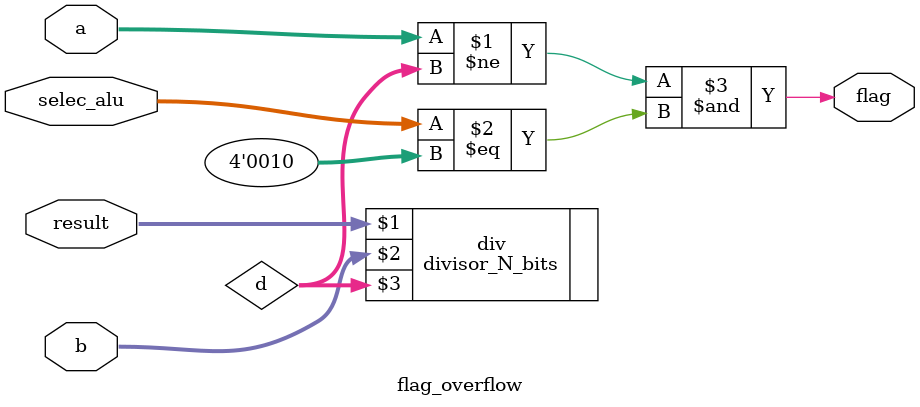
<source format=sv>
module flag_overflow #(parameter N = 4)(input logic [N-1:0] a,b, result,
													  input logic [3:0] selec_alu, 
													  output logic flag );
					
	wire[N-1:0] d;
	divisor_N_bits #(N) div (result,b,d);	
	
	assign flag = (a!=d) & (selec_alu==4'b0010);

endmodule 
</source>
